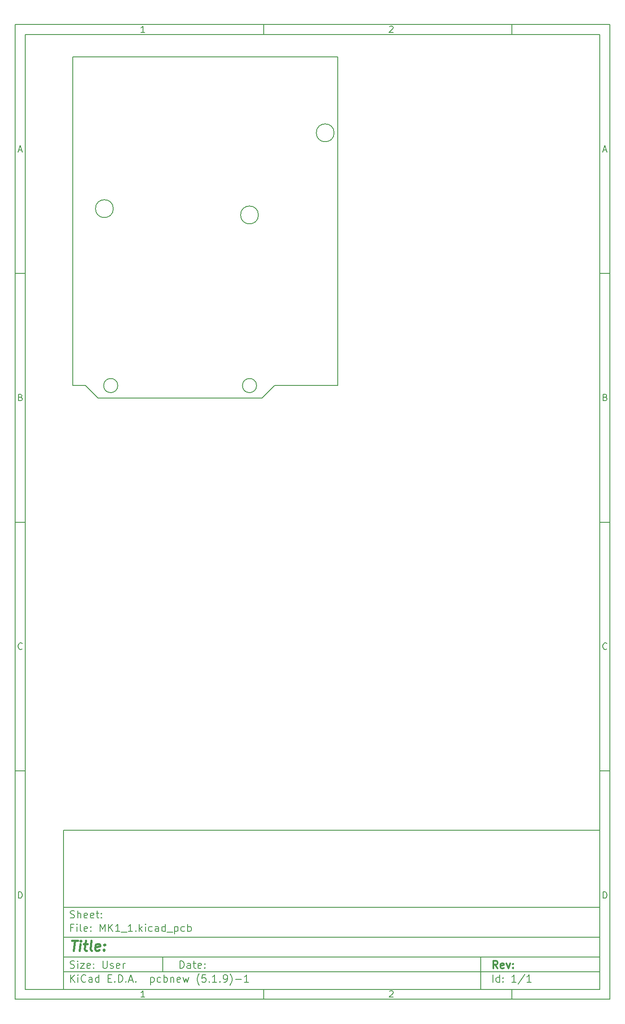
<source format=gbr>
%TF.GenerationSoftware,KiCad,Pcbnew,(5.1.9)-1*%
%TF.CreationDate,2021-07-03T12:35:33-04:00*%
%TF.ProjectId,MK1_1,4d4b315f-312e-46b6-9963-61645f706362,rev?*%
%TF.SameCoordinates,Original*%
%TF.FileFunction,Profile,NP*%
%FSLAX45Y45*%
G04 Gerber Fmt 4.5, Leading zero omitted, Abs format (unit mm)*
G04 Created by KiCad (PCBNEW (5.1.9)-1) date 2021-07-03 12:35:33*
%MOMM*%
%LPD*%
G01*
G04 APERTURE LIST*
%ADD10C,0.127000*%
%ADD11C,0.150000*%
%ADD12C,0.300000*%
%ADD13C,0.400000*%
%TA.AperFunction,Profile*%
%ADD14C,0.177800*%
%TD*%
G04 APERTURE END LIST*
D10*
D11*
X1970000Y-17190000D02*
X1970000Y-20390000D01*
X12770000Y-20390000D01*
X12770000Y-17190000D01*
X1970000Y-17190000D01*
D10*
D11*
X1000000Y-1000000D02*
X1000000Y-20590000D01*
X12970000Y-20590000D01*
X12970000Y-1000000D01*
X1000000Y-1000000D01*
D10*
D11*
X1200000Y-1200000D02*
X1200000Y-20390000D01*
X12770000Y-20390000D01*
X12770000Y-1200000D01*
X1200000Y-1200000D01*
D10*
D11*
X6000000Y-1200000D02*
X6000000Y-1000000D01*
D10*
D11*
X11000000Y-1200000D02*
X11000000Y-1000000D01*
D10*
D11*
X3606548Y-1158810D02*
X3532262Y-1158810D01*
X3569405Y-1158810D02*
X3569405Y-1028809D01*
X3557024Y-1047381D01*
X3544643Y-1059762D01*
X3532262Y-1065952D01*
D10*
D11*
X8532262Y-1041190D02*
X8538452Y-1035000D01*
X8550833Y-1028809D01*
X8581786Y-1028809D01*
X8594167Y-1035000D01*
X8600357Y-1041190D01*
X8606548Y-1053571D01*
X8606548Y-1065952D01*
X8600357Y-1084524D01*
X8526071Y-1158810D01*
X8606548Y-1158810D01*
D10*
D11*
X6000000Y-20390000D02*
X6000000Y-20590000D01*
D10*
D11*
X11000000Y-20390000D02*
X11000000Y-20590000D01*
D10*
D11*
X3606548Y-20548810D02*
X3532262Y-20548810D01*
X3569405Y-20548810D02*
X3569405Y-20418810D01*
X3557024Y-20437381D01*
X3544643Y-20449762D01*
X3532262Y-20455952D01*
D10*
D11*
X8532262Y-20431190D02*
X8538452Y-20425000D01*
X8550833Y-20418810D01*
X8581786Y-20418810D01*
X8594167Y-20425000D01*
X8600357Y-20431190D01*
X8606548Y-20443571D01*
X8606548Y-20455952D01*
X8600357Y-20474524D01*
X8526071Y-20548810D01*
X8606548Y-20548810D01*
D10*
D11*
X1000000Y-6000000D02*
X1200000Y-6000000D01*
D10*
D11*
X1000000Y-11000000D02*
X1200000Y-11000000D01*
D10*
D11*
X1000000Y-16000000D02*
X1200000Y-16000000D01*
D10*
D11*
X1069048Y-3521667D02*
X1130952Y-3521667D01*
X1056667Y-3558809D02*
X1100000Y-3428809D01*
X1143333Y-3558809D01*
D10*
D11*
X1109286Y-8490714D02*
X1127857Y-8496905D01*
X1134048Y-8503095D01*
X1140238Y-8515476D01*
X1140238Y-8534048D01*
X1134048Y-8546429D01*
X1127857Y-8552619D01*
X1115476Y-8558810D01*
X1065952Y-8558810D01*
X1065952Y-8428810D01*
X1109286Y-8428810D01*
X1121667Y-8435000D01*
X1127857Y-8441190D01*
X1134048Y-8453571D01*
X1134048Y-8465952D01*
X1127857Y-8478333D01*
X1121667Y-8484524D01*
X1109286Y-8490714D01*
X1065952Y-8490714D01*
D10*
D11*
X1140238Y-13546428D02*
X1134048Y-13552619D01*
X1115476Y-13558809D01*
X1103095Y-13558809D01*
X1084524Y-13552619D01*
X1072143Y-13540238D01*
X1065952Y-13527857D01*
X1059762Y-13503095D01*
X1059762Y-13484524D01*
X1065952Y-13459762D01*
X1072143Y-13447381D01*
X1084524Y-13435000D01*
X1103095Y-13428809D01*
X1115476Y-13428809D01*
X1134048Y-13435000D01*
X1140238Y-13441190D01*
D10*
D11*
X1065952Y-18558810D02*
X1065952Y-18428810D01*
X1096905Y-18428810D01*
X1115476Y-18435000D01*
X1127857Y-18447381D01*
X1134048Y-18459762D01*
X1140238Y-18484524D01*
X1140238Y-18503095D01*
X1134048Y-18527857D01*
X1127857Y-18540238D01*
X1115476Y-18552619D01*
X1096905Y-18558810D01*
X1065952Y-18558810D01*
D10*
D11*
X12970000Y-6000000D02*
X12770000Y-6000000D01*
D10*
D11*
X12970000Y-11000000D02*
X12770000Y-11000000D01*
D10*
D11*
X12970000Y-16000000D02*
X12770000Y-16000000D01*
D10*
D11*
X12839048Y-3521667D02*
X12900952Y-3521667D01*
X12826667Y-3558809D02*
X12870000Y-3428809D01*
X12913333Y-3558809D01*
D10*
D11*
X12879286Y-8490714D02*
X12897857Y-8496905D01*
X12904048Y-8503095D01*
X12910238Y-8515476D01*
X12910238Y-8534048D01*
X12904048Y-8546429D01*
X12897857Y-8552619D01*
X12885476Y-8558810D01*
X12835952Y-8558810D01*
X12835952Y-8428810D01*
X12879286Y-8428810D01*
X12891667Y-8435000D01*
X12897857Y-8441190D01*
X12904048Y-8453571D01*
X12904048Y-8465952D01*
X12897857Y-8478333D01*
X12891667Y-8484524D01*
X12879286Y-8490714D01*
X12835952Y-8490714D01*
D10*
D11*
X12910238Y-13546428D02*
X12904048Y-13552619D01*
X12885476Y-13558809D01*
X12873095Y-13558809D01*
X12854524Y-13552619D01*
X12842143Y-13540238D01*
X12835952Y-13527857D01*
X12829762Y-13503095D01*
X12829762Y-13484524D01*
X12835952Y-13459762D01*
X12842143Y-13447381D01*
X12854524Y-13435000D01*
X12873095Y-13428809D01*
X12885476Y-13428809D01*
X12904048Y-13435000D01*
X12910238Y-13441190D01*
D10*
D11*
X12835952Y-18558810D02*
X12835952Y-18428810D01*
X12866905Y-18428810D01*
X12885476Y-18435000D01*
X12897857Y-18447381D01*
X12904048Y-18459762D01*
X12910238Y-18484524D01*
X12910238Y-18503095D01*
X12904048Y-18527857D01*
X12897857Y-18540238D01*
X12885476Y-18552619D01*
X12866905Y-18558810D01*
X12835952Y-18558810D01*
D10*
D11*
X4313214Y-19967857D02*
X4313214Y-19817857D01*
X4348929Y-19817857D01*
X4370357Y-19825000D01*
X4384643Y-19839286D01*
X4391786Y-19853571D01*
X4398929Y-19882143D01*
X4398929Y-19903571D01*
X4391786Y-19932143D01*
X4384643Y-19946429D01*
X4370357Y-19960714D01*
X4348929Y-19967857D01*
X4313214Y-19967857D01*
X4527500Y-19967857D02*
X4527500Y-19889286D01*
X4520357Y-19875000D01*
X4506071Y-19867857D01*
X4477500Y-19867857D01*
X4463214Y-19875000D01*
X4527500Y-19960714D02*
X4513214Y-19967857D01*
X4477500Y-19967857D01*
X4463214Y-19960714D01*
X4456071Y-19946429D01*
X4456071Y-19932143D01*
X4463214Y-19917857D01*
X4477500Y-19910714D01*
X4513214Y-19910714D01*
X4527500Y-19903571D01*
X4577500Y-19867857D02*
X4634643Y-19867857D01*
X4598929Y-19817857D02*
X4598929Y-19946429D01*
X4606071Y-19960714D01*
X4620357Y-19967857D01*
X4634643Y-19967857D01*
X4741786Y-19960714D02*
X4727500Y-19967857D01*
X4698929Y-19967857D01*
X4684643Y-19960714D01*
X4677500Y-19946429D01*
X4677500Y-19889286D01*
X4684643Y-19875000D01*
X4698929Y-19867857D01*
X4727500Y-19867857D01*
X4741786Y-19875000D01*
X4748929Y-19889286D01*
X4748929Y-19903571D01*
X4677500Y-19917857D01*
X4813214Y-19953571D02*
X4820357Y-19960714D01*
X4813214Y-19967857D01*
X4806071Y-19960714D01*
X4813214Y-19953571D01*
X4813214Y-19967857D01*
X4813214Y-19875000D02*
X4820357Y-19882143D01*
X4813214Y-19889286D01*
X4806071Y-19882143D01*
X4813214Y-19875000D01*
X4813214Y-19889286D01*
D10*
D11*
X1970000Y-20040000D02*
X12770000Y-20040000D01*
D10*
D11*
X2113214Y-20247857D02*
X2113214Y-20097857D01*
X2198929Y-20247857D02*
X2134643Y-20162143D01*
X2198929Y-20097857D02*
X2113214Y-20183571D01*
X2263214Y-20247857D02*
X2263214Y-20147857D01*
X2263214Y-20097857D02*
X2256071Y-20105000D01*
X2263214Y-20112143D01*
X2270357Y-20105000D01*
X2263214Y-20097857D01*
X2263214Y-20112143D01*
X2420357Y-20233571D02*
X2413214Y-20240714D01*
X2391786Y-20247857D01*
X2377500Y-20247857D01*
X2356071Y-20240714D01*
X2341786Y-20226429D01*
X2334643Y-20212143D01*
X2327500Y-20183571D01*
X2327500Y-20162143D01*
X2334643Y-20133571D01*
X2341786Y-20119286D01*
X2356071Y-20105000D01*
X2377500Y-20097857D01*
X2391786Y-20097857D01*
X2413214Y-20105000D01*
X2420357Y-20112143D01*
X2548929Y-20247857D02*
X2548929Y-20169286D01*
X2541786Y-20155000D01*
X2527500Y-20147857D01*
X2498929Y-20147857D01*
X2484643Y-20155000D01*
X2548929Y-20240714D02*
X2534643Y-20247857D01*
X2498929Y-20247857D01*
X2484643Y-20240714D01*
X2477500Y-20226429D01*
X2477500Y-20212143D01*
X2484643Y-20197857D01*
X2498929Y-20190714D01*
X2534643Y-20190714D01*
X2548929Y-20183571D01*
X2684643Y-20247857D02*
X2684643Y-20097857D01*
X2684643Y-20240714D02*
X2670357Y-20247857D01*
X2641786Y-20247857D01*
X2627500Y-20240714D01*
X2620357Y-20233571D01*
X2613214Y-20219286D01*
X2613214Y-20176429D01*
X2620357Y-20162143D01*
X2627500Y-20155000D01*
X2641786Y-20147857D01*
X2670357Y-20147857D01*
X2684643Y-20155000D01*
X2870357Y-20169286D02*
X2920357Y-20169286D01*
X2941786Y-20247857D02*
X2870357Y-20247857D01*
X2870357Y-20097857D01*
X2941786Y-20097857D01*
X3006071Y-20233571D02*
X3013214Y-20240714D01*
X3006071Y-20247857D01*
X2998928Y-20240714D01*
X3006071Y-20233571D01*
X3006071Y-20247857D01*
X3077500Y-20247857D02*
X3077500Y-20097857D01*
X3113214Y-20097857D01*
X3134643Y-20105000D01*
X3148928Y-20119286D01*
X3156071Y-20133571D01*
X3163214Y-20162143D01*
X3163214Y-20183571D01*
X3156071Y-20212143D01*
X3148928Y-20226429D01*
X3134643Y-20240714D01*
X3113214Y-20247857D01*
X3077500Y-20247857D01*
X3227500Y-20233571D02*
X3234643Y-20240714D01*
X3227500Y-20247857D01*
X3220357Y-20240714D01*
X3227500Y-20233571D01*
X3227500Y-20247857D01*
X3291786Y-20205000D02*
X3363214Y-20205000D01*
X3277500Y-20247857D02*
X3327500Y-20097857D01*
X3377500Y-20247857D01*
X3427500Y-20233571D02*
X3434643Y-20240714D01*
X3427500Y-20247857D01*
X3420357Y-20240714D01*
X3427500Y-20233571D01*
X3427500Y-20247857D01*
X3727500Y-20147857D02*
X3727500Y-20297857D01*
X3727500Y-20155000D02*
X3741786Y-20147857D01*
X3770357Y-20147857D01*
X3784643Y-20155000D01*
X3791786Y-20162143D01*
X3798928Y-20176429D01*
X3798928Y-20219286D01*
X3791786Y-20233571D01*
X3784643Y-20240714D01*
X3770357Y-20247857D01*
X3741786Y-20247857D01*
X3727500Y-20240714D01*
X3927500Y-20240714D02*
X3913214Y-20247857D01*
X3884643Y-20247857D01*
X3870357Y-20240714D01*
X3863214Y-20233571D01*
X3856071Y-20219286D01*
X3856071Y-20176429D01*
X3863214Y-20162143D01*
X3870357Y-20155000D01*
X3884643Y-20147857D01*
X3913214Y-20147857D01*
X3927500Y-20155000D01*
X3991786Y-20247857D02*
X3991786Y-20097857D01*
X3991786Y-20155000D02*
X4006071Y-20147857D01*
X4034643Y-20147857D01*
X4048928Y-20155000D01*
X4056071Y-20162143D01*
X4063214Y-20176429D01*
X4063214Y-20219286D01*
X4056071Y-20233571D01*
X4048928Y-20240714D01*
X4034643Y-20247857D01*
X4006071Y-20247857D01*
X3991786Y-20240714D01*
X4127500Y-20147857D02*
X4127500Y-20247857D01*
X4127500Y-20162143D02*
X4134643Y-20155000D01*
X4148928Y-20147857D01*
X4170357Y-20147857D01*
X4184643Y-20155000D01*
X4191786Y-20169286D01*
X4191786Y-20247857D01*
X4320357Y-20240714D02*
X4306071Y-20247857D01*
X4277500Y-20247857D01*
X4263214Y-20240714D01*
X4256071Y-20226429D01*
X4256071Y-20169286D01*
X4263214Y-20155000D01*
X4277500Y-20147857D01*
X4306071Y-20147857D01*
X4320357Y-20155000D01*
X4327500Y-20169286D01*
X4327500Y-20183571D01*
X4256071Y-20197857D01*
X4377500Y-20147857D02*
X4406071Y-20247857D01*
X4434643Y-20176429D01*
X4463214Y-20247857D01*
X4491786Y-20147857D01*
X4706071Y-20305000D02*
X4698929Y-20297857D01*
X4684643Y-20276429D01*
X4677500Y-20262143D01*
X4670357Y-20240714D01*
X4663214Y-20205000D01*
X4663214Y-20176429D01*
X4670357Y-20140714D01*
X4677500Y-20119286D01*
X4684643Y-20105000D01*
X4698929Y-20083571D01*
X4706071Y-20076429D01*
X4834643Y-20097857D02*
X4763214Y-20097857D01*
X4756071Y-20169286D01*
X4763214Y-20162143D01*
X4777500Y-20155000D01*
X4813214Y-20155000D01*
X4827500Y-20162143D01*
X4834643Y-20169286D01*
X4841786Y-20183571D01*
X4841786Y-20219286D01*
X4834643Y-20233571D01*
X4827500Y-20240714D01*
X4813214Y-20247857D01*
X4777500Y-20247857D01*
X4763214Y-20240714D01*
X4756071Y-20233571D01*
X4906071Y-20233571D02*
X4913214Y-20240714D01*
X4906071Y-20247857D01*
X4898929Y-20240714D01*
X4906071Y-20233571D01*
X4906071Y-20247857D01*
X5056071Y-20247857D02*
X4970357Y-20247857D01*
X5013214Y-20247857D02*
X5013214Y-20097857D01*
X4998929Y-20119286D01*
X4984643Y-20133571D01*
X4970357Y-20140714D01*
X5120357Y-20233571D02*
X5127500Y-20240714D01*
X5120357Y-20247857D01*
X5113214Y-20240714D01*
X5120357Y-20233571D01*
X5120357Y-20247857D01*
X5198929Y-20247857D02*
X5227500Y-20247857D01*
X5241786Y-20240714D01*
X5248929Y-20233571D01*
X5263214Y-20212143D01*
X5270357Y-20183571D01*
X5270357Y-20126429D01*
X5263214Y-20112143D01*
X5256071Y-20105000D01*
X5241786Y-20097857D01*
X5213214Y-20097857D01*
X5198929Y-20105000D01*
X5191786Y-20112143D01*
X5184643Y-20126429D01*
X5184643Y-20162143D01*
X5191786Y-20176429D01*
X5198929Y-20183571D01*
X5213214Y-20190714D01*
X5241786Y-20190714D01*
X5256071Y-20183571D01*
X5263214Y-20176429D01*
X5270357Y-20162143D01*
X5320357Y-20305000D02*
X5327500Y-20297857D01*
X5341786Y-20276429D01*
X5348929Y-20262143D01*
X5356071Y-20240714D01*
X5363214Y-20205000D01*
X5363214Y-20176429D01*
X5356071Y-20140714D01*
X5348929Y-20119286D01*
X5341786Y-20105000D01*
X5327500Y-20083571D01*
X5320357Y-20076429D01*
X5434643Y-20190714D02*
X5548929Y-20190714D01*
X5698928Y-20247857D02*
X5613214Y-20247857D01*
X5656071Y-20247857D02*
X5656071Y-20097857D01*
X5641786Y-20119286D01*
X5627500Y-20133571D01*
X5613214Y-20140714D01*
D10*
D11*
X1970000Y-19740000D02*
X12770000Y-19740000D01*
D10*
D12*
X10710929Y-19967857D02*
X10660929Y-19896429D01*
X10625214Y-19967857D02*
X10625214Y-19817857D01*
X10682357Y-19817857D01*
X10696643Y-19825000D01*
X10703786Y-19832143D01*
X10710929Y-19846429D01*
X10710929Y-19867857D01*
X10703786Y-19882143D01*
X10696643Y-19889286D01*
X10682357Y-19896429D01*
X10625214Y-19896429D01*
X10832357Y-19960714D02*
X10818071Y-19967857D01*
X10789500Y-19967857D01*
X10775214Y-19960714D01*
X10768071Y-19946429D01*
X10768071Y-19889286D01*
X10775214Y-19875000D01*
X10789500Y-19867857D01*
X10818071Y-19867857D01*
X10832357Y-19875000D01*
X10839500Y-19889286D01*
X10839500Y-19903571D01*
X10768071Y-19917857D01*
X10889500Y-19867857D02*
X10925214Y-19967857D01*
X10960929Y-19867857D01*
X11018071Y-19953571D02*
X11025214Y-19960714D01*
X11018071Y-19967857D01*
X11010929Y-19960714D01*
X11018071Y-19953571D01*
X11018071Y-19967857D01*
X11018071Y-19875000D02*
X11025214Y-19882143D01*
X11018071Y-19889286D01*
X11010929Y-19882143D01*
X11018071Y-19875000D01*
X11018071Y-19889286D01*
D10*
D11*
X2106071Y-19960714D02*
X2127500Y-19967857D01*
X2163214Y-19967857D01*
X2177500Y-19960714D01*
X2184643Y-19953571D01*
X2191786Y-19939286D01*
X2191786Y-19925000D01*
X2184643Y-19910714D01*
X2177500Y-19903571D01*
X2163214Y-19896429D01*
X2134643Y-19889286D01*
X2120357Y-19882143D01*
X2113214Y-19875000D01*
X2106071Y-19860714D01*
X2106071Y-19846429D01*
X2113214Y-19832143D01*
X2120357Y-19825000D01*
X2134643Y-19817857D01*
X2170357Y-19817857D01*
X2191786Y-19825000D01*
X2256071Y-19967857D02*
X2256071Y-19867857D01*
X2256071Y-19817857D02*
X2248929Y-19825000D01*
X2256071Y-19832143D01*
X2263214Y-19825000D01*
X2256071Y-19817857D01*
X2256071Y-19832143D01*
X2313214Y-19867857D02*
X2391786Y-19867857D01*
X2313214Y-19967857D01*
X2391786Y-19967857D01*
X2506071Y-19960714D02*
X2491786Y-19967857D01*
X2463214Y-19967857D01*
X2448929Y-19960714D01*
X2441786Y-19946429D01*
X2441786Y-19889286D01*
X2448929Y-19875000D01*
X2463214Y-19867857D01*
X2491786Y-19867857D01*
X2506071Y-19875000D01*
X2513214Y-19889286D01*
X2513214Y-19903571D01*
X2441786Y-19917857D01*
X2577500Y-19953571D02*
X2584643Y-19960714D01*
X2577500Y-19967857D01*
X2570357Y-19960714D01*
X2577500Y-19953571D01*
X2577500Y-19967857D01*
X2577500Y-19875000D02*
X2584643Y-19882143D01*
X2577500Y-19889286D01*
X2570357Y-19882143D01*
X2577500Y-19875000D01*
X2577500Y-19889286D01*
X2763214Y-19817857D02*
X2763214Y-19939286D01*
X2770357Y-19953571D01*
X2777500Y-19960714D01*
X2791786Y-19967857D01*
X2820357Y-19967857D01*
X2834643Y-19960714D01*
X2841786Y-19953571D01*
X2848928Y-19939286D01*
X2848928Y-19817857D01*
X2913214Y-19960714D02*
X2927500Y-19967857D01*
X2956071Y-19967857D01*
X2970357Y-19960714D01*
X2977500Y-19946429D01*
X2977500Y-19939286D01*
X2970357Y-19925000D01*
X2956071Y-19917857D01*
X2934643Y-19917857D01*
X2920357Y-19910714D01*
X2913214Y-19896429D01*
X2913214Y-19889286D01*
X2920357Y-19875000D01*
X2934643Y-19867857D01*
X2956071Y-19867857D01*
X2970357Y-19875000D01*
X3098928Y-19960714D02*
X3084643Y-19967857D01*
X3056071Y-19967857D01*
X3041786Y-19960714D01*
X3034643Y-19946429D01*
X3034643Y-19889286D01*
X3041786Y-19875000D01*
X3056071Y-19867857D01*
X3084643Y-19867857D01*
X3098928Y-19875000D01*
X3106071Y-19889286D01*
X3106071Y-19903571D01*
X3034643Y-19917857D01*
X3170357Y-19967857D02*
X3170357Y-19867857D01*
X3170357Y-19896429D02*
X3177500Y-19882143D01*
X3184643Y-19875000D01*
X3198928Y-19867857D01*
X3213214Y-19867857D01*
D10*
D11*
X10613214Y-20247857D02*
X10613214Y-20097857D01*
X10748929Y-20247857D02*
X10748929Y-20097857D01*
X10748929Y-20240714D02*
X10734643Y-20247857D01*
X10706071Y-20247857D01*
X10691786Y-20240714D01*
X10684643Y-20233571D01*
X10677500Y-20219286D01*
X10677500Y-20176429D01*
X10684643Y-20162143D01*
X10691786Y-20155000D01*
X10706071Y-20147857D01*
X10734643Y-20147857D01*
X10748929Y-20155000D01*
X10820357Y-20233571D02*
X10827500Y-20240714D01*
X10820357Y-20247857D01*
X10813214Y-20240714D01*
X10820357Y-20233571D01*
X10820357Y-20247857D01*
X10820357Y-20155000D02*
X10827500Y-20162143D01*
X10820357Y-20169286D01*
X10813214Y-20162143D01*
X10820357Y-20155000D01*
X10820357Y-20169286D01*
X11084643Y-20247857D02*
X10998929Y-20247857D01*
X11041786Y-20247857D02*
X11041786Y-20097857D01*
X11027500Y-20119286D01*
X11013214Y-20133571D01*
X10998929Y-20140714D01*
X11256071Y-20090714D02*
X11127500Y-20283571D01*
X11384643Y-20247857D02*
X11298928Y-20247857D01*
X11341786Y-20247857D02*
X11341786Y-20097857D01*
X11327500Y-20119286D01*
X11313214Y-20133571D01*
X11298928Y-20140714D01*
D10*
D11*
X1970000Y-19340000D02*
X12770000Y-19340000D01*
D10*
D13*
X2141238Y-19410476D02*
X2255524Y-19410476D01*
X2173381Y-19610476D02*
X2198381Y-19410476D01*
X2297190Y-19610476D02*
X2313857Y-19477143D01*
X2322190Y-19410476D02*
X2311476Y-19420000D01*
X2319810Y-19429524D01*
X2330524Y-19420000D01*
X2322190Y-19410476D01*
X2319810Y-19429524D01*
X2380524Y-19477143D02*
X2456714Y-19477143D01*
X2417429Y-19410476D02*
X2396000Y-19581905D01*
X2403143Y-19600952D01*
X2421000Y-19610476D01*
X2440048Y-19610476D01*
X2535286Y-19610476D02*
X2517429Y-19600952D01*
X2510286Y-19581905D01*
X2531714Y-19410476D01*
X2688857Y-19600952D02*
X2668619Y-19610476D01*
X2630524Y-19610476D01*
X2612667Y-19600952D01*
X2605524Y-19581905D01*
X2615048Y-19505714D01*
X2626952Y-19486667D01*
X2647190Y-19477143D01*
X2685286Y-19477143D01*
X2703143Y-19486667D01*
X2710286Y-19505714D01*
X2707905Y-19524762D01*
X2610286Y-19543810D01*
X2785286Y-19591429D02*
X2793619Y-19600952D01*
X2782905Y-19610476D01*
X2774571Y-19600952D01*
X2785286Y-19591429D01*
X2782905Y-19610476D01*
X2798381Y-19486667D02*
X2806714Y-19496190D01*
X2796000Y-19505714D01*
X2787667Y-19496190D01*
X2798381Y-19486667D01*
X2796000Y-19505714D01*
D10*
D11*
X2163214Y-19149286D02*
X2113214Y-19149286D01*
X2113214Y-19227857D02*
X2113214Y-19077857D01*
X2184643Y-19077857D01*
X2241786Y-19227857D02*
X2241786Y-19127857D01*
X2241786Y-19077857D02*
X2234643Y-19085000D01*
X2241786Y-19092143D01*
X2248929Y-19085000D01*
X2241786Y-19077857D01*
X2241786Y-19092143D01*
X2334643Y-19227857D02*
X2320357Y-19220714D01*
X2313214Y-19206429D01*
X2313214Y-19077857D01*
X2448929Y-19220714D02*
X2434643Y-19227857D01*
X2406071Y-19227857D01*
X2391786Y-19220714D01*
X2384643Y-19206429D01*
X2384643Y-19149286D01*
X2391786Y-19135000D01*
X2406071Y-19127857D01*
X2434643Y-19127857D01*
X2448929Y-19135000D01*
X2456071Y-19149286D01*
X2456071Y-19163571D01*
X2384643Y-19177857D01*
X2520357Y-19213571D02*
X2527500Y-19220714D01*
X2520357Y-19227857D01*
X2513214Y-19220714D01*
X2520357Y-19213571D01*
X2520357Y-19227857D01*
X2520357Y-19135000D02*
X2527500Y-19142143D01*
X2520357Y-19149286D01*
X2513214Y-19142143D01*
X2520357Y-19135000D01*
X2520357Y-19149286D01*
X2706071Y-19227857D02*
X2706071Y-19077857D01*
X2756071Y-19185000D01*
X2806071Y-19077857D01*
X2806071Y-19227857D01*
X2877500Y-19227857D02*
X2877500Y-19077857D01*
X2963214Y-19227857D02*
X2898928Y-19142143D01*
X2963214Y-19077857D02*
X2877500Y-19163571D01*
X3106071Y-19227857D02*
X3020357Y-19227857D01*
X3063214Y-19227857D02*
X3063214Y-19077857D01*
X3048928Y-19099286D01*
X3034643Y-19113571D01*
X3020357Y-19120714D01*
X3134643Y-19242143D02*
X3248928Y-19242143D01*
X3363214Y-19227857D02*
X3277500Y-19227857D01*
X3320357Y-19227857D02*
X3320357Y-19077857D01*
X3306071Y-19099286D01*
X3291786Y-19113571D01*
X3277500Y-19120714D01*
X3427500Y-19213571D02*
X3434643Y-19220714D01*
X3427500Y-19227857D01*
X3420357Y-19220714D01*
X3427500Y-19213571D01*
X3427500Y-19227857D01*
X3498928Y-19227857D02*
X3498928Y-19077857D01*
X3513214Y-19170714D02*
X3556071Y-19227857D01*
X3556071Y-19127857D02*
X3498928Y-19185000D01*
X3620357Y-19227857D02*
X3620357Y-19127857D01*
X3620357Y-19077857D02*
X3613214Y-19085000D01*
X3620357Y-19092143D01*
X3627500Y-19085000D01*
X3620357Y-19077857D01*
X3620357Y-19092143D01*
X3756071Y-19220714D02*
X3741786Y-19227857D01*
X3713214Y-19227857D01*
X3698928Y-19220714D01*
X3691786Y-19213571D01*
X3684643Y-19199286D01*
X3684643Y-19156429D01*
X3691786Y-19142143D01*
X3698928Y-19135000D01*
X3713214Y-19127857D01*
X3741786Y-19127857D01*
X3756071Y-19135000D01*
X3884643Y-19227857D02*
X3884643Y-19149286D01*
X3877500Y-19135000D01*
X3863214Y-19127857D01*
X3834643Y-19127857D01*
X3820357Y-19135000D01*
X3884643Y-19220714D02*
X3870357Y-19227857D01*
X3834643Y-19227857D01*
X3820357Y-19220714D01*
X3813214Y-19206429D01*
X3813214Y-19192143D01*
X3820357Y-19177857D01*
X3834643Y-19170714D01*
X3870357Y-19170714D01*
X3884643Y-19163571D01*
X4020357Y-19227857D02*
X4020357Y-19077857D01*
X4020357Y-19220714D02*
X4006071Y-19227857D01*
X3977500Y-19227857D01*
X3963214Y-19220714D01*
X3956071Y-19213571D01*
X3948928Y-19199286D01*
X3948928Y-19156429D01*
X3956071Y-19142143D01*
X3963214Y-19135000D01*
X3977500Y-19127857D01*
X4006071Y-19127857D01*
X4020357Y-19135000D01*
X4056071Y-19242143D02*
X4170357Y-19242143D01*
X4206071Y-19127857D02*
X4206071Y-19277857D01*
X4206071Y-19135000D02*
X4220357Y-19127857D01*
X4248929Y-19127857D01*
X4263214Y-19135000D01*
X4270357Y-19142143D01*
X4277500Y-19156429D01*
X4277500Y-19199286D01*
X4270357Y-19213571D01*
X4263214Y-19220714D01*
X4248929Y-19227857D01*
X4220357Y-19227857D01*
X4206071Y-19220714D01*
X4406071Y-19220714D02*
X4391786Y-19227857D01*
X4363214Y-19227857D01*
X4348929Y-19220714D01*
X4341786Y-19213571D01*
X4334643Y-19199286D01*
X4334643Y-19156429D01*
X4341786Y-19142143D01*
X4348929Y-19135000D01*
X4363214Y-19127857D01*
X4391786Y-19127857D01*
X4406071Y-19135000D01*
X4470357Y-19227857D02*
X4470357Y-19077857D01*
X4470357Y-19135000D02*
X4484643Y-19127857D01*
X4513214Y-19127857D01*
X4527500Y-19135000D01*
X4534643Y-19142143D01*
X4541786Y-19156429D01*
X4541786Y-19199286D01*
X4534643Y-19213571D01*
X4527500Y-19220714D01*
X4513214Y-19227857D01*
X4484643Y-19227857D01*
X4470357Y-19220714D01*
D10*
D11*
X1970000Y-18740000D02*
X12770000Y-18740000D01*
D10*
D11*
X2106071Y-18950714D02*
X2127500Y-18957857D01*
X2163214Y-18957857D01*
X2177500Y-18950714D01*
X2184643Y-18943571D01*
X2191786Y-18929286D01*
X2191786Y-18915000D01*
X2184643Y-18900714D01*
X2177500Y-18893571D01*
X2163214Y-18886429D01*
X2134643Y-18879286D01*
X2120357Y-18872143D01*
X2113214Y-18865000D01*
X2106071Y-18850714D01*
X2106071Y-18836429D01*
X2113214Y-18822143D01*
X2120357Y-18815000D01*
X2134643Y-18807857D01*
X2170357Y-18807857D01*
X2191786Y-18815000D01*
X2256071Y-18957857D02*
X2256071Y-18807857D01*
X2320357Y-18957857D02*
X2320357Y-18879286D01*
X2313214Y-18865000D01*
X2298929Y-18857857D01*
X2277500Y-18857857D01*
X2263214Y-18865000D01*
X2256071Y-18872143D01*
X2448929Y-18950714D02*
X2434643Y-18957857D01*
X2406071Y-18957857D01*
X2391786Y-18950714D01*
X2384643Y-18936429D01*
X2384643Y-18879286D01*
X2391786Y-18865000D01*
X2406071Y-18857857D01*
X2434643Y-18857857D01*
X2448929Y-18865000D01*
X2456071Y-18879286D01*
X2456071Y-18893571D01*
X2384643Y-18907857D01*
X2577500Y-18950714D02*
X2563214Y-18957857D01*
X2534643Y-18957857D01*
X2520357Y-18950714D01*
X2513214Y-18936429D01*
X2513214Y-18879286D01*
X2520357Y-18865000D01*
X2534643Y-18857857D01*
X2563214Y-18857857D01*
X2577500Y-18865000D01*
X2584643Y-18879286D01*
X2584643Y-18893571D01*
X2513214Y-18907857D01*
X2627500Y-18857857D02*
X2684643Y-18857857D01*
X2648929Y-18807857D02*
X2648929Y-18936429D01*
X2656071Y-18950714D01*
X2670357Y-18957857D01*
X2684643Y-18957857D01*
X2734643Y-18943571D02*
X2741786Y-18950714D01*
X2734643Y-18957857D01*
X2727500Y-18950714D01*
X2734643Y-18943571D01*
X2734643Y-18957857D01*
X2734643Y-18865000D02*
X2741786Y-18872143D01*
X2734643Y-18879286D01*
X2727500Y-18872143D01*
X2734643Y-18865000D01*
X2734643Y-18879286D01*
D10*
D11*
X3970000Y-19740000D02*
X3970000Y-20040000D01*
D10*
D11*
X10370000Y-19740000D02*
X10370000Y-20390000D01*
D14*
X6223000Y-8255000D02*
X7493000Y-8255000D01*
X5969000Y-8509000D02*
X2667000Y-8509000D01*
X2159000Y-8255000D02*
X2413000Y-8255000D01*
X5969000Y-8509000D02*
X6223000Y-8255000D01*
X2413000Y-8255000D02*
X2667000Y-8509000D01*
X2973605Y-4699000D02*
G75*
G03*
X2973605Y-4699000I-179605J0D01*
G01*
X5894605Y-4826000D02*
G75*
G03*
X5894605Y-4826000I-179605J0D01*
G01*
X3062990Y-8255000D02*
G75*
G03*
X3062990Y-8255000I-141990J0D01*
G01*
X5856990Y-8255000D02*
G75*
G03*
X5856990Y-8255000I-141990J0D01*
G01*
X7418605Y-3175000D02*
G75*
G03*
X7418605Y-3175000I-179605J0D01*
G01*
X7493000Y-1651000D02*
X2159000Y-1651000D01*
X7493000Y-8255000D02*
X7493000Y-1651000D01*
X2159000Y-1651000D02*
X2159000Y-8255000D01*
M02*

</source>
